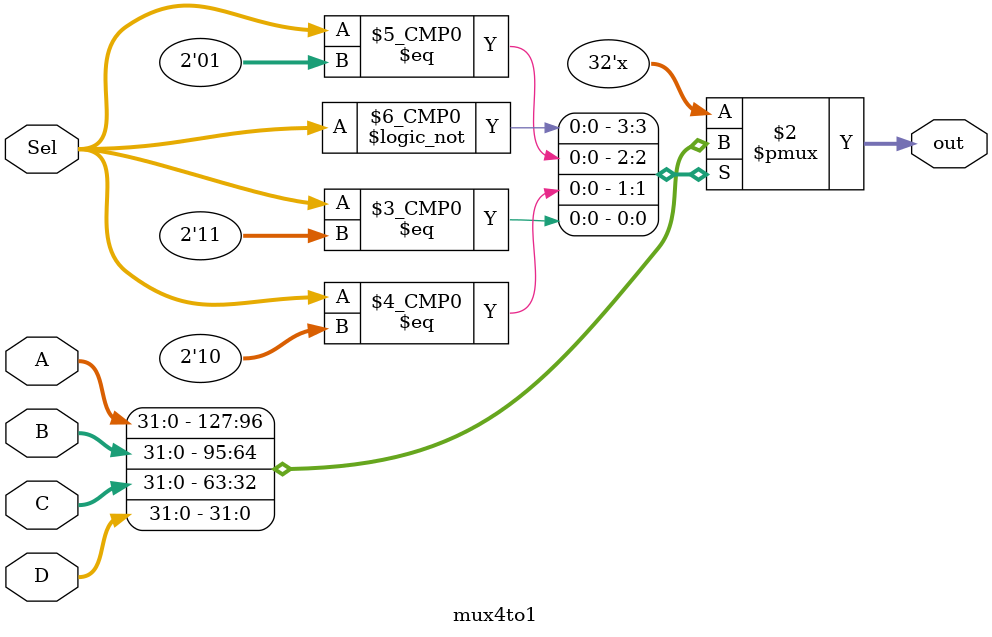
<source format=v>
`timescale 1ns / 1ps

module mux4to1 #(parameter N = 32)( input [N-1:0] A , B , C , D ,// N bit inputs
												input [1:0] Sel,
												output reg [N-1:0] out);
always @* begin										
	
	case(Sel)
 
	2'b00: out = A; 
	2'b01: out = B;
	2'b10: out = C;
	2'b11: out = D;

default: out = 2'bxx;
endcase
end

endmodule

</source>
